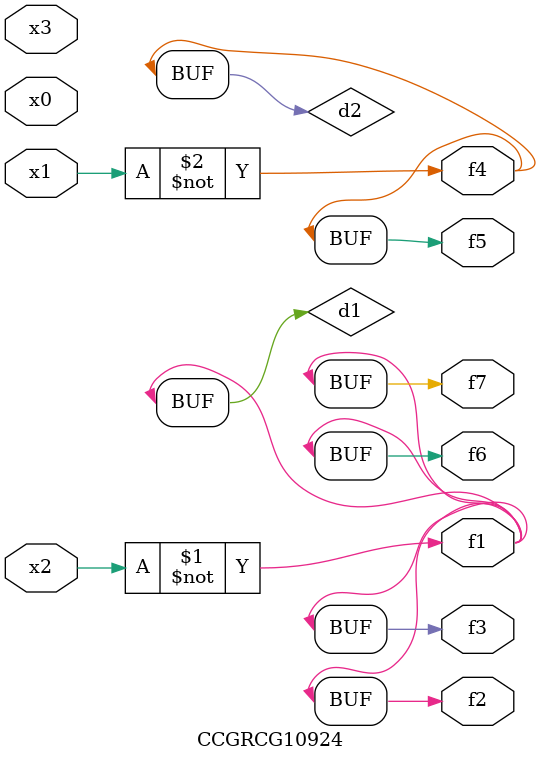
<source format=v>
module CCGRCG10924(
	input x0, x1, x2, x3,
	output f1, f2, f3, f4, f5, f6, f7
);

	wire d1, d2;

	xnor (d1, x2);
	not (d2, x1);
	assign f1 = d1;
	assign f2 = d1;
	assign f3 = d1;
	assign f4 = d2;
	assign f5 = d2;
	assign f6 = d1;
	assign f7 = d1;
endmodule

</source>
